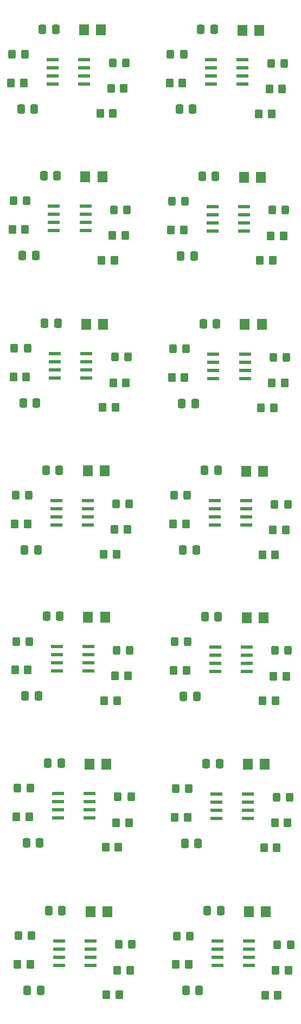
<source format=gbr>
%TF.GenerationSoftware,KiCad,Pcbnew,8.0.5*%
%TF.CreationDate,2024-12-11T00:13:19+01:00*%
%TF.ProjectId,battery-lvl-indicator-kicad.kicad_pcb-copy,62617474-6572-4792-9d6c-766c2d696e64,rev?*%
%TF.SameCoordinates,Original*%
%TF.FileFunction,Paste,Top*%
%TF.FilePolarity,Positive*%
%FSLAX46Y46*%
G04 Gerber Fmt 4.6, Leading zero omitted, Abs format (unit mm)*
G04 Created by KiCad (PCBNEW 8.0.5) date 2024-12-11 00:13:19*
%MOMM*%
%LPD*%
G01*
G04 APERTURE LIST*
G04 Aperture macros list*
%AMRoundRect*
0 Rectangle with rounded corners*
0 $1 Rounding radius*
0 $2 $3 $4 $5 $6 $7 $8 $9 X,Y pos of 4 corners*
0 Add a 4 corners polygon primitive as box body*
4,1,4,$2,$3,$4,$5,$6,$7,$8,$9,$2,$3,0*
0 Add four circle primitives for the rounded corners*
1,1,$1+$1,$2,$3*
1,1,$1+$1,$4,$5*
1,1,$1+$1,$6,$7*
1,1,$1+$1,$8,$9*
0 Add four rect primitives between the rounded corners*
20,1,$1+$1,$2,$3,$4,$5,0*
20,1,$1+$1,$4,$5,$6,$7,0*
20,1,$1+$1,$6,$7,$8,$9,0*
20,1,$1+$1,$8,$9,$2,$3,0*%
G04 Aperture macros list end*
%ADD10R,1.524000X1.676400*%
%ADD11R,1.981200X0.558800*%
%ADD12RoundRect,0.250000X-0.337500X-0.475000X0.337500X-0.475000X0.337500X0.475000X-0.337500X0.475000X0*%
%ADD13RoundRect,0.250000X-0.325000X-0.450000X0.325000X-0.450000X0.325000X0.450000X-0.325000X0.450000X0*%
%ADD14RoundRect,0.250000X-0.350000X-0.450000X0.350000X-0.450000X0.350000X0.450000X-0.350000X0.450000X0*%
G04 APERTURE END LIST*
D10*
%TO.C,D1*%
X128295400Y-154965400D03*
X130937000Y-154965400D03*
%TD*%
D11*
%TO.C,U1*%
X127330200Y-21971000D03*
X127330200Y-23241000D03*
X127330200Y-24511000D03*
X127330200Y-25781000D03*
X122402600Y-25781000D03*
X122402600Y-24511000D03*
X122402600Y-23241000D03*
X122402600Y-21971000D03*
%TD*%
D12*
%TO.C,C2*%
X120167400Y-121335800D03*
X118092400Y-121335800D03*
%TD*%
D13*
%TO.C,LEDG*%
X109270800Y-45364400D03*
X107220800Y-45364400D03*
%TD*%
%TO.C,LEDR*%
X94361000Y-158673800D03*
X92311000Y-158673800D03*
%TD*%
%TO.C,LEDR*%
X93573600Y-43992800D03*
X91523600Y-43992800D03*
%TD*%
D12*
%TO.C,C1*%
X96070600Y-17170400D03*
X98145600Y-17170400D03*
%TD*%
D10*
%TO.C,D1*%
X102920800Y-63246000D03*
X105562400Y-63246000D03*
%TD*%
D14*
%TO.C,100R*%
X134340600Y-141097000D03*
X132340600Y-141097000D03*
%TD*%
D11*
%TO.C,U1*%
X103428800Y-136499600D03*
X103428800Y-137769600D03*
X103428800Y-139039600D03*
X103428800Y-140309600D03*
X98501200Y-140309600D03*
X98501200Y-139039600D03*
X98501200Y-137769600D03*
X98501200Y-136499600D03*
%TD*%
D14*
%TO.C,10kR*%
X107086400Y-30327600D03*
X105086400Y-30327600D03*
%TD*%
D10*
%TO.C,D1*%
X103124000Y-86156800D03*
X105765600Y-86156800D03*
%TD*%
D14*
%TO.C,10kR*%
X131826000Y-30378400D03*
X129826000Y-30378400D03*
%TD*%
%TO.C,10kR*%
X132816600Y-167970200D03*
X130816600Y-167970200D03*
%TD*%
D11*
%TO.C,U1*%
X127889000Y-90805000D03*
X127889000Y-92075000D03*
X127889000Y-93345000D03*
X127889000Y-94615000D03*
X122961400Y-94615000D03*
X122961400Y-93345000D03*
X122961400Y-92075000D03*
X122961400Y-90805000D03*
%TD*%
%TO.C,U1*%
X103149400Y-90754200D03*
X103149400Y-92024200D03*
X103149400Y-93294200D03*
X103149400Y-94564200D03*
X98221800Y-94564200D03*
X98221800Y-93294200D03*
X98221800Y-92024200D03*
X98221800Y-90754200D03*
%TD*%
D13*
%TO.C,LEDG*%
X134797800Y-160096200D03*
X132747800Y-160096200D03*
%TD*%
%TO.C,LEDG*%
X109067600Y-22453600D03*
X107017600Y-22453600D03*
%TD*%
%TO.C,LEDR*%
X118948200Y-135712200D03*
X116898200Y-135712200D03*
%TD*%
D12*
%TO.C,C2*%
X119735600Y-52578000D03*
X117660600Y-52578000D03*
%TD*%
D14*
%TO.C,100R*%
X93167200Y-25552400D03*
X91167200Y-25552400D03*
%TD*%
D11*
%TO.C,U1*%
X128168400Y-136550400D03*
X128168400Y-137820400D03*
X128168400Y-139090400D03*
X128168400Y-140360400D03*
X123240800Y-140360400D03*
X123240800Y-139090400D03*
X123240800Y-137820400D03*
X123240800Y-136550400D03*
%TD*%
D14*
%TO.C,10kR*%
X132664200Y-144957800D03*
X130664200Y-144957800D03*
%TD*%
%TO.C,10kR*%
X132029200Y-53289200D03*
X130029200Y-53289200D03*
%TD*%
D11*
%TO.C,U1*%
X127685800Y-67894200D03*
X127685800Y-69164200D03*
X127685800Y-70434200D03*
X127685800Y-71704200D03*
X122758200Y-71704200D03*
X122758200Y-70434200D03*
X122758200Y-69164200D03*
X122758200Y-67894200D03*
%TD*%
D12*
%TO.C,C1*%
X98704400Y-86004400D03*
X96629400Y-86004400D03*
%TD*%
D14*
%TO.C,100R*%
X133705600Y-49428400D03*
X131705600Y-49428400D03*
%TD*%
D12*
%TO.C,C1*%
X123088400Y-40132000D03*
X121013400Y-40132000D03*
%TD*%
D11*
%TO.C,U1*%
X102946200Y-67843400D03*
X102946200Y-69113400D03*
X102946200Y-70383400D03*
X102946200Y-71653400D03*
X98018600Y-71653400D03*
X98018600Y-70383400D03*
X98018600Y-69113400D03*
X98018600Y-67843400D03*
%TD*%
D10*
%TO.C,D1*%
X127508000Y-40284400D03*
X130149600Y-40284400D03*
%TD*%
D14*
%TO.C,100R*%
X134137400Y-118186200D03*
X132137400Y-118186200D03*
%TD*%
%TO.C,100R*%
X134493000Y-164109400D03*
X132493000Y-164109400D03*
%TD*%
D10*
%TO.C,D1*%
X102768400Y-40233600D03*
X105410000Y-40233600D03*
%TD*%
D13*
%TO.C,LEDG*%
X109423200Y-68376800D03*
X107373200Y-68376800D03*
%TD*%
D11*
%TO.C,U1*%
X102590600Y-21920200D03*
X102590600Y-23190200D03*
X102590600Y-24460200D03*
X102590600Y-25730200D03*
X97663000Y-25730200D03*
X97663000Y-24460200D03*
X97663000Y-23190200D03*
X97663000Y-21920200D03*
%TD*%
%TO.C,U1*%
X103581200Y-159512000D03*
X103581200Y-160782000D03*
X103581200Y-162052000D03*
X103581200Y-163322000D03*
X98653600Y-163322000D03*
X98653600Y-162052000D03*
X98653600Y-160782000D03*
X98653600Y-159512000D03*
%TD*%
D10*
%TO.C,D1*%
X129946400Y-17373600D03*
X127304800Y-17373600D03*
%TD*%
D14*
%TO.C,100R*%
X93370400Y-48463200D03*
X91370400Y-48463200D03*
%TD*%
%TO.C,100R*%
X94005400Y-140131800D03*
X92005400Y-140131800D03*
%TD*%
%TO.C,100R*%
X118262400Y-71526400D03*
X116262400Y-71526400D03*
%TD*%
%TO.C,10kR*%
X132384800Y-99212400D03*
X130384800Y-99212400D03*
%TD*%
D12*
%TO.C,C2*%
X120091200Y-98501200D03*
X118016200Y-98501200D03*
%TD*%
D14*
%TO.C,100R*%
X109397800Y-118135400D03*
X107397800Y-118135400D03*
%TD*%
D12*
%TO.C,C1*%
X98348800Y-40081200D03*
X96273800Y-40081200D03*
%TD*%
D13*
%TO.C,LEDR*%
X94208600Y-135661400D03*
X92158600Y-135661400D03*
%TD*%
D14*
%TO.C,100R*%
X109321600Y-95300800D03*
X107321600Y-95300800D03*
%TD*%
%TO.C,100R*%
X93802200Y-117221000D03*
X91802200Y-117221000D03*
%TD*%
%TO.C,10kR*%
X132461000Y-122047000D03*
X130461000Y-122047000D03*
%TD*%
D13*
%TO.C,LEDG*%
X134162800Y-68427600D03*
X132112800Y-68427600D03*
%TD*%
D14*
%TO.C,100R*%
X133858000Y-72440800D03*
X131858000Y-72440800D03*
%TD*%
%TO.C,100R*%
X108966000Y-49377600D03*
X106966000Y-49377600D03*
%TD*%
D13*
%TO.C,LEDR*%
X94005400Y-112750600D03*
X91955400Y-112750600D03*
%TD*%
D14*
%TO.C,100R*%
X118745000Y-140182600D03*
X116745000Y-140182600D03*
%TD*%
D12*
%TO.C,C2*%
X95148400Y-75539600D03*
X93073400Y-75539600D03*
%TD*%
D14*
%TO.C,100R*%
X118897400Y-163195000D03*
X116897400Y-163195000D03*
%TD*%
D13*
%TO.C,LEDR*%
X118110000Y-21132800D03*
X116060000Y-21132800D03*
%TD*%
D10*
%TO.C,D1*%
X103200200Y-108991400D03*
X105841800Y-108991400D03*
%TD*%
D14*
%TO.C,10kR*%
X107442000Y-76250800D03*
X105442000Y-76250800D03*
%TD*%
D12*
%TO.C,C2*%
X119888000Y-75590400D03*
X117813000Y-75590400D03*
%TD*%
D10*
%TO.C,D1*%
X105206800Y-17322800D03*
X102565200Y-17322800D03*
%TD*%
D13*
%TO.C,LEDR*%
X93726000Y-67005200D03*
X91676000Y-67005200D03*
%TD*%
D12*
%TO.C,C1*%
X98983800Y-131749800D03*
X96908800Y-131749800D03*
%TD*%
%TO.C,C2*%
X95351600Y-98450400D03*
X93276600Y-98450400D03*
%TD*%
D13*
%TO.C,LEDG*%
X134366000Y-91338400D03*
X132316000Y-91338400D03*
%TD*%
D14*
%TO.C,100R*%
X108762800Y-26466800D03*
X106762800Y-26466800D03*
%TD*%
D13*
%TO.C,LEDR*%
X118465600Y-67056000D03*
X116415600Y-67056000D03*
%TD*%
D11*
%TO.C,U1*%
X103225600Y-113588800D03*
X103225600Y-114858800D03*
X103225600Y-116128800D03*
X103225600Y-117398800D03*
X98298000Y-117398800D03*
X98298000Y-116128800D03*
X98298000Y-114858800D03*
X98298000Y-113588800D03*
%TD*%
D13*
%TO.C,LEDG*%
X134645400Y-137083800D03*
X132595400Y-137083800D03*
%TD*%
D14*
%TO.C,10kR*%
X107645200Y-99161600D03*
X105645200Y-99161600D03*
%TD*%
D12*
%TO.C,C2*%
X120523000Y-167259000D03*
X118448000Y-167259000D03*
%TD*%
D13*
%TO.C,LEDG*%
X134010400Y-45415200D03*
X131960400Y-45415200D03*
%TD*%
D14*
%TO.C,100R*%
X94157800Y-163144200D03*
X92157800Y-163144200D03*
%TD*%
D13*
%TO.C,LEDR*%
X118745000Y-112801400D03*
X116695000Y-112801400D03*
%TD*%
D11*
%TO.C,U1*%
X127533400Y-44881800D03*
X127533400Y-46151800D03*
X127533400Y-47421800D03*
X127533400Y-48691800D03*
X122605800Y-48691800D03*
X122605800Y-47421800D03*
X122605800Y-46151800D03*
X122605800Y-44881800D03*
%TD*%
D12*
%TO.C,C1*%
X123240800Y-63144400D03*
X121165800Y-63144400D03*
%TD*%
D14*
%TO.C,100R*%
X118465600Y-94437200D03*
X116465600Y-94437200D03*
%TD*%
%TO.C,100R*%
X93726000Y-94386400D03*
X91726000Y-94386400D03*
%TD*%
D10*
%TO.C,D1*%
X127660400Y-63296800D03*
X130302000Y-63296800D03*
%TD*%
D12*
%TO.C,C2*%
X94996000Y-52527200D03*
X92921000Y-52527200D03*
%TD*%
D14*
%TO.C,10kR*%
X107924600Y-144907000D03*
X105924600Y-144907000D03*
%TD*%
%TO.C,100R*%
X109753400Y-164058600D03*
X107753400Y-164058600D03*
%TD*%
%TO.C,100R*%
X118110000Y-48514000D03*
X116110000Y-48514000D03*
%TD*%
D12*
%TO.C,C2*%
X95783400Y-167208200D03*
X93708400Y-167208200D03*
%TD*%
D10*
%TO.C,D1*%
X128143000Y-131953000D03*
X130784600Y-131953000D03*
%TD*%
D14*
%TO.C,10kR*%
X132181600Y-76301600D03*
X130181600Y-76301600D03*
%TD*%
%TO.C,10kR*%
X108077000Y-167919400D03*
X106077000Y-167919400D03*
%TD*%
%TO.C,100R*%
X134061200Y-95351600D03*
X132061200Y-95351600D03*
%TD*%
D12*
%TO.C,C1*%
X99136200Y-154762200D03*
X97061200Y-154762200D03*
%TD*%
D14*
%TO.C,100R*%
X133502400Y-26517600D03*
X131502400Y-26517600D03*
%TD*%
D13*
%TO.C,LEDR*%
X93929200Y-89916000D03*
X91879200Y-89916000D03*
%TD*%
D14*
%TO.C,100R*%
X93522800Y-71475600D03*
X91522800Y-71475600D03*
%TD*%
%TO.C,10kR*%
X107721400Y-121996200D03*
X105721400Y-121996200D03*
%TD*%
D13*
%TO.C,LEDG*%
X110058200Y-160045400D03*
X108008200Y-160045400D03*
%TD*%
%TO.C,LEDG*%
X109702600Y-114122200D03*
X107652600Y-114122200D03*
%TD*%
%TO.C,LEDG*%
X133807200Y-22504400D03*
X131757200Y-22504400D03*
%TD*%
D12*
%TO.C,C1*%
X123875800Y-154813000D03*
X121800800Y-154813000D03*
%TD*%
%TO.C,C2*%
X119532400Y-29667200D03*
X117457400Y-29667200D03*
%TD*%
%TO.C,C2*%
X94792800Y-29616400D03*
X92717800Y-29616400D03*
%TD*%
D14*
%TO.C,100R*%
X109118400Y-72390000D03*
X107118400Y-72390000D03*
%TD*%
D13*
%TO.C,LEDG*%
X109626400Y-91287600D03*
X107576400Y-91287600D03*
%TD*%
%TO.C,LEDR*%
X118668800Y-89966800D03*
X116618800Y-89966800D03*
%TD*%
%TO.C,LEDR*%
X118313200Y-44043600D03*
X116263200Y-44043600D03*
%TD*%
%TO.C,LEDR*%
X93370400Y-21082000D03*
X91320400Y-21082000D03*
%TD*%
D14*
%TO.C,100R*%
X118541800Y-117271800D03*
X116541800Y-117271800D03*
%TD*%
D12*
%TO.C,C1*%
X98780600Y-108839000D03*
X96705600Y-108839000D03*
%TD*%
D11*
%TO.C,U1*%
X127965200Y-113639600D03*
X127965200Y-114909600D03*
X127965200Y-116179600D03*
X127965200Y-117449600D03*
X123037600Y-117449600D03*
X123037600Y-116179600D03*
X123037600Y-114909600D03*
X123037600Y-113639600D03*
%TD*%
D12*
%TO.C,C2*%
X95631000Y-144195800D03*
X93556000Y-144195800D03*
%TD*%
%TO.C,C2*%
X95427800Y-121285000D03*
X93352800Y-121285000D03*
%TD*%
D10*
%TO.C,D1*%
X103555800Y-154914600D03*
X106197400Y-154914600D03*
%TD*%
D11*
%TO.C,U1*%
X128320800Y-159562800D03*
X128320800Y-160832800D03*
X128320800Y-162102800D03*
X128320800Y-163372800D03*
X123393200Y-163372800D03*
X123393200Y-162102800D03*
X123393200Y-160832800D03*
X123393200Y-159562800D03*
%TD*%
D12*
%TO.C,C1*%
X123444000Y-86055200D03*
X121369000Y-86055200D03*
%TD*%
%TO.C,C1*%
X123723400Y-131800600D03*
X121648400Y-131800600D03*
%TD*%
%TO.C,C2*%
X120370600Y-144246600D03*
X118295600Y-144246600D03*
%TD*%
D11*
%TO.C,U1*%
X102793800Y-44831000D03*
X102793800Y-46101000D03*
X102793800Y-47371000D03*
X102793800Y-48641000D03*
X97866200Y-48641000D03*
X97866200Y-47371000D03*
X97866200Y-46101000D03*
X97866200Y-44831000D03*
%TD*%
D14*
%TO.C,100R*%
X109601000Y-141046200D03*
X107601000Y-141046200D03*
%TD*%
D13*
%TO.C,LEDG*%
X134442200Y-114173000D03*
X132392200Y-114173000D03*
%TD*%
D10*
%TO.C,D1*%
X127863600Y-86207600D03*
X130505200Y-86207600D03*
%TD*%
D12*
%TO.C,C1*%
X120810200Y-17221200D03*
X122885200Y-17221200D03*
%TD*%
D13*
%TO.C,LEDG*%
X109905800Y-137033000D03*
X107855800Y-137033000D03*
%TD*%
%TO.C,LEDR*%
X119100600Y-158724600D03*
X117050600Y-158724600D03*
%TD*%
D14*
%TO.C,10kR*%
X107289600Y-53238400D03*
X105289600Y-53238400D03*
%TD*%
D10*
%TO.C,D1*%
X103403400Y-131902200D03*
X106045000Y-131902200D03*
%TD*%
D12*
%TO.C,C1*%
X123520200Y-108889800D03*
X121445200Y-108889800D03*
%TD*%
D14*
%TO.C,100R*%
X117906800Y-25603200D03*
X115906800Y-25603200D03*
%TD*%
D10*
%TO.C,D1*%
X127939800Y-109042200D03*
X130581400Y-109042200D03*
%TD*%
D12*
%TO.C,C1*%
X98501200Y-63093600D03*
X96426200Y-63093600D03*
%TD*%
M02*

</source>
